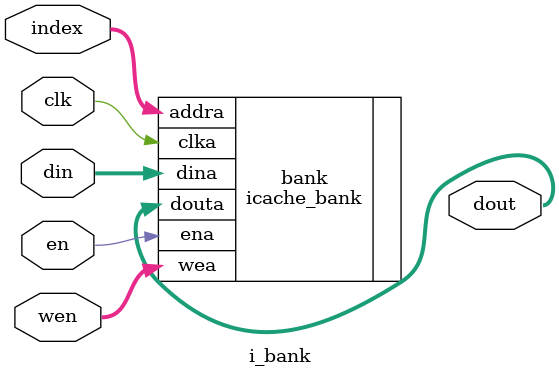
<source format=v>
`include "../defines.vh"
module i_bank(
    input wire clk,
    input wire en,
    input wire [3:0] wen,
    input wire [5:0] index,
    input wire [31:0] din,
    output wire [31:0] dout
);
    icache_bank bank(
        .clka   (clk),
        .ena    (en),
        .wea    (wen),
        .addra  (index),
        .dina   (din),
        .douta  (dout)
    );

endmodule
</source>
